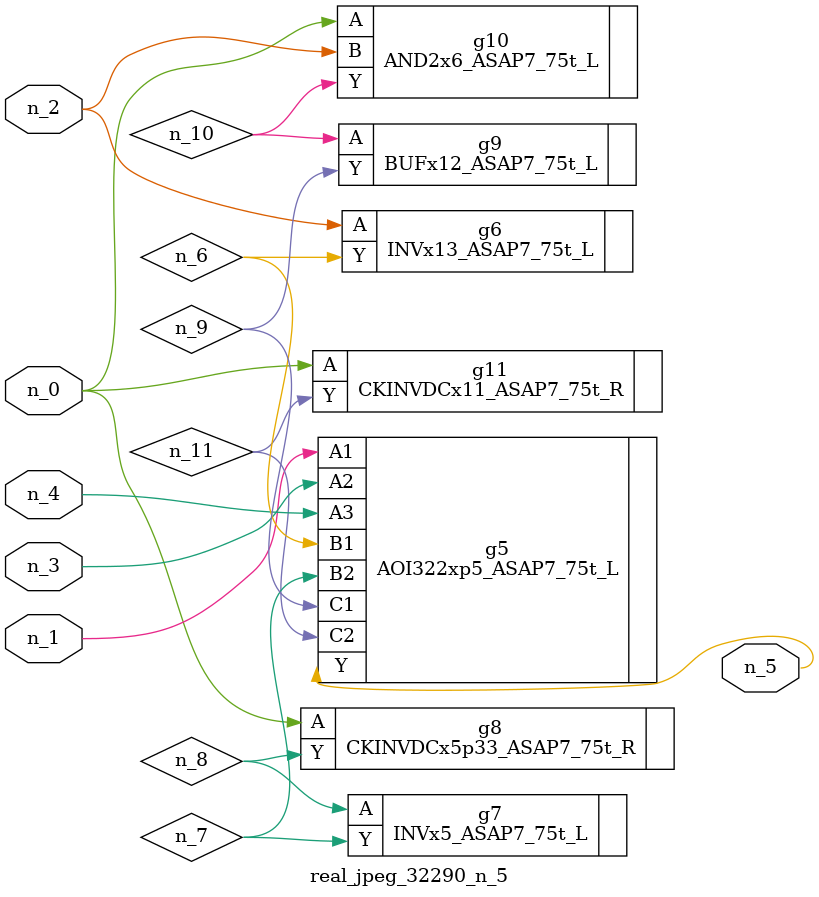
<source format=v>
module real_jpeg_32290_n_5 (n_4, n_0, n_1, n_2, n_3, n_5);

input n_4;
input n_0;
input n_1;
input n_2;
input n_3;

output n_5;

wire n_8;
wire n_11;
wire n_6;
wire n_7;
wire n_10;
wire n_9;

CKINVDCx5p33_ASAP7_75t_R g8 ( 
.A(n_0),
.Y(n_8)
);

AND2x6_ASAP7_75t_L g10 ( 
.A(n_0),
.B(n_2),
.Y(n_10)
);

CKINVDCx11_ASAP7_75t_R g11 ( 
.A(n_0),
.Y(n_11)
);

AOI322xp5_ASAP7_75t_L g5 ( 
.A1(n_1),
.A2(n_3),
.A3(n_4),
.B1(n_6),
.B2(n_7),
.C1(n_9),
.C2(n_11),
.Y(n_5)
);

INVx13_ASAP7_75t_L g6 ( 
.A(n_2),
.Y(n_6)
);

INVx5_ASAP7_75t_L g7 ( 
.A(n_8),
.Y(n_7)
);

BUFx12_ASAP7_75t_L g9 ( 
.A(n_10),
.Y(n_9)
);


endmodule
</source>
